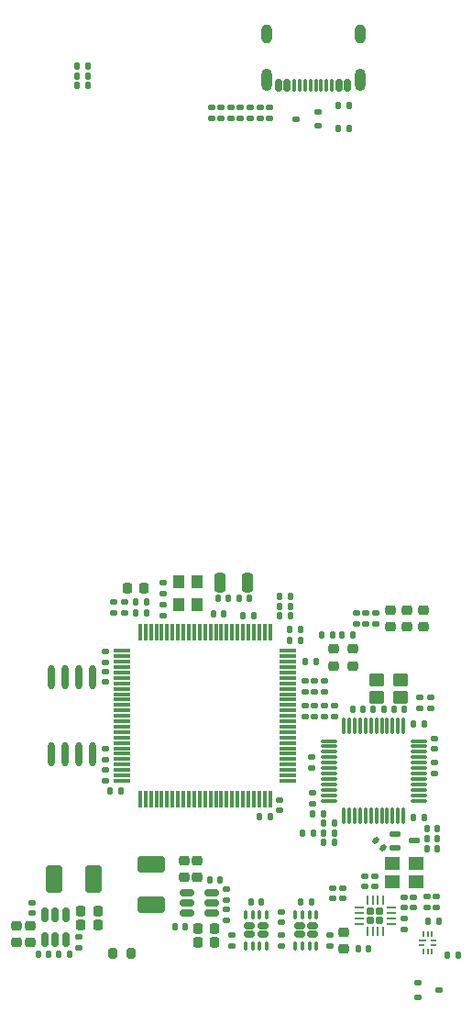
<source format=gbr>
%TF.GenerationSoftware,KiCad,Pcbnew,9.0.2-9.0.2-0~ubuntu24.04.1*%
%TF.CreationDate,2025-06-19T12:17:55+00:00*%
%TF.ProjectId,base-module,62617365-2d6d-46f6-9475-6c652e6b6963,1.1.1*%
%TF.SameCoordinates,Original*%
%TF.FileFunction,Paste,Top*%
%TF.FilePolarity,Positive*%
%FSLAX46Y46*%
G04 Gerber Fmt 4.6, Leading zero omitted, Abs format (unit mm)*
G04 Created by KiCad (PCBNEW 9.0.2-9.0.2-0~ubuntu24.04.1) date 2025-06-19 12:17:55*
%MOMM*%
%LPD*%
G01*
G04 APERTURE LIST*
G04 Aperture macros list*
%AMRoundRect*
0 Rectangle with rounded corners*
0 $1 Rounding radius*
0 $2 $3 $4 $5 $6 $7 $8 $9 X,Y pos of 4 corners*
0 Add a 4 corners polygon primitive as box body*
4,1,4,$2,$3,$4,$5,$6,$7,$8,$9,$2,$3,0*
0 Add four circle primitives for the rounded corners*
1,1,$1+$1,$2,$3*
1,1,$1+$1,$4,$5*
1,1,$1+$1,$6,$7*
1,1,$1+$1,$8,$9*
0 Add four rect primitives between the rounded corners*
20,1,$1+$1,$2,$3,$4,$5,0*
20,1,$1+$1,$4,$5,$6,$7,0*
20,1,$1+$1,$6,$7,$8,$9,0*
20,1,$1+$1,$8,$9,$2,$3,0*%
G04 Aperture macros list end*
%ADD10RoundRect,0.250001X0.999999X-0.499999X0.999999X0.499999X-0.999999X0.499999X-0.999999X-0.499999X0*%
%ADD11RoundRect,0.140000X-0.140000X-0.170000X0.140000X-0.170000X0.140000X0.170000X-0.140000X0.170000X0*%
%ADD12RoundRect,0.140000X0.170000X-0.140000X0.170000X0.140000X-0.170000X0.140000X-0.170000X-0.140000X0*%
%ADD13RoundRect,0.140000X0.140000X0.170000X-0.140000X0.170000X-0.140000X-0.170000X0.140000X-0.170000X0*%
%ADD14RoundRect,0.140000X-0.170000X0.140000X-0.170000X-0.140000X0.170000X-0.140000X0.170000X0.140000X0*%
%ADD15RoundRect,0.220000X0.220000X0.255000X-0.220000X0.255000X-0.220000X-0.255000X0.220000X-0.255000X0*%
%ADD16RoundRect,0.220000X0.255000X-0.220000X0.255000X0.220000X-0.255000X0.220000X-0.255000X-0.220000X0*%
%ADD17R,0.663000X0.225000*%
%ADD18R,0.563000X0.225000*%
%ADD19R,0.225000X0.563000*%
%ADD20RoundRect,0.225000X-0.250000X0.225000X-0.250000X-0.225000X0.250000X-0.225000X0.250000X0.225000X0*%
%ADD21RoundRect,0.075000X-0.075000X0.725000X-0.075000X-0.725000X0.075000X-0.725000X0.075000X0.725000X0*%
%ADD22RoundRect,0.075000X-0.725000X0.075000X-0.725000X-0.075000X0.725000X-0.075000X0.725000X0.075000X0*%
%ADD23RoundRect,0.150000X-0.512500X-0.150000X0.512500X-0.150000X0.512500X0.150000X-0.512500X0.150000X0*%
%ADD24RoundRect,0.220000X-0.255000X0.220000X-0.255000X-0.220000X0.255000X-0.220000X0.255000X0.220000X0*%
%ADD25RoundRect,0.225000X0.225000X0.250000X-0.225000X0.250000X-0.225000X-0.250000X0.225000X-0.250000X0*%
%ADD26RoundRect,0.250000X0.450000X0.350000X-0.450000X0.350000X-0.450000X-0.350000X0.450000X-0.350000X0*%
%ADD27RoundRect,0.075000X-0.075000X0.662500X-0.075000X-0.662500X0.075000X-0.662500X0.075000X0.662500X0*%
%ADD28RoundRect,0.075000X-0.662500X0.075000X-0.662500X-0.075000X0.662500X-0.075000X0.662500X0.075000X0*%
%ADD29RoundRect,0.150000X0.150000X0.425000X-0.150000X0.425000X-0.150000X-0.425000X0.150000X-0.425000X0*%
%ADD30RoundRect,0.075000X0.075000X0.500000X-0.075000X0.500000X-0.075000X-0.500000X0.075000X-0.500000X0*%
%ADD31O,1.000000X2.100000*%
%ADD32O,1.000000X1.800000*%
%ADD33RoundRect,0.112500X-0.237500X0.112500X-0.237500X-0.112500X0.237500X-0.112500X0.237500X0.112500X0*%
%ADD34R,1.100000X1.300000*%
%ADD35RoundRect,0.225000X-0.225000X-0.250000X0.225000X-0.250000X0.225000X0.250000X-0.225000X0.250000X0*%
%ADD36RoundRect,0.200000X-0.200000X-0.275000X0.200000X-0.275000X0.200000X0.275000X-0.200000X0.275000X0*%
%ADD37RoundRect,0.160000X-0.325000X0.160000X-0.325000X-0.160000X0.325000X-0.160000X0.325000X0.160000X0*%
%ADD38RoundRect,0.075000X-0.075000X0.350000X-0.075000X-0.350000X0.075000X-0.350000X0.075000X0.350000X0*%
%ADD39RoundRect,0.250000X0.250000X-0.650000X0.250000X0.650000X-0.250000X0.650000X-0.250000X-0.650000X0*%
%ADD40RoundRect,0.140000X0.219203X0.021213X0.021213X0.219203X-0.219203X-0.021213X-0.021213X-0.219203X0*%
%ADD41R,1.400000X1.200000*%
%ADD42O,0.630000X2.250000*%
%ADD43RoundRect,0.250001X-0.499999X-0.999999X0.499999X-0.999999X0.499999X0.999999X-0.499999X0.999999X0*%
%ADD44RoundRect,0.172500X-0.172500X0.172500X-0.172500X-0.172500X0.172500X-0.172500X0.172500X0.172500X0*%
%ADD45RoundRect,0.062500X-0.062500X0.350000X-0.062500X-0.350000X0.062500X-0.350000X0.062500X0.350000X0*%
%ADD46RoundRect,0.062500X-0.350000X0.062500X-0.350000X-0.062500X0.350000X-0.062500X0.350000X0.062500X0*%
%ADD47RoundRect,0.112500X0.237500X-0.112500X0.237500X0.112500X-0.237500X0.112500X-0.237500X-0.112500X0*%
%ADD48RoundRect,0.125000X0.345000X0.125000X-0.345000X0.125000X-0.345000X-0.125000X0.345000X-0.125000X0*%
%ADD49RoundRect,0.150000X-0.150000X0.512500X-0.150000X-0.512500X0.150000X-0.512500X0.150000X0.512500X0*%
G04 APERTURE END LIST*
D10*
%TO.C,L301*%
X107120720Y-134271542D03*
X107120720Y-130571542D03*
%TD*%
D11*
%TO.C,C420*%
X115578000Y-107597001D03*
X116578000Y-107597001D03*
%TD*%
D12*
%TO.C,R415*%
X115350000Y-61724998D03*
X115350000Y-60725000D03*
%TD*%
D13*
%TO.C,C423*%
X106672000Y-106327001D03*
X105672000Y-106327001D03*
%TD*%
D12*
%TO.C,C406*%
X108204000Y-107589001D03*
X108204000Y-106589001D03*
%TD*%
D14*
%TO.C,R903*%
X126850000Y-131625000D03*
X126850000Y-132625000D03*
%TD*%
D13*
%TO.C,R308*%
X127200000Y-138375000D03*
X126200000Y-138375000D03*
%TD*%
D15*
%TO.C,FB401*%
X106462000Y-105057001D03*
X104882000Y-105057001D03*
%TD*%
D12*
%TO.C,C501*%
X119100000Y-138075000D03*
X119100000Y-137075000D03*
%TD*%
D11*
%TO.C,R716*%
X123000000Y-128525000D03*
X124000000Y-128525000D03*
%TD*%
D14*
%TO.C,R306*%
X114070720Y-132821542D03*
X114070720Y-133821542D03*
%TD*%
D16*
%TO.C,D301*%
X124850000Y-138365000D03*
X124850000Y-136785000D03*
%TD*%
D14*
%TO.C,C427*%
X102870000Y-121829001D03*
X102870000Y-122829001D03*
%TD*%
D12*
%TO.C,C601*%
X114550000Y-138075000D03*
X114550000Y-137075000D03*
%TD*%
D13*
%TO.C,R301*%
X97650000Y-138871508D03*
X96650000Y-138871508D03*
%TD*%
D12*
%TO.C,R600*%
X119100000Y-135925000D03*
X119100000Y-134925000D03*
%TD*%
D14*
%TO.C,C400*%
X102870000Y-112734002D03*
X102870000Y-113734002D03*
%TD*%
D13*
%TO.C,C313*%
X114250000Y-106025000D03*
X113250000Y-106025000D03*
%TD*%
D11*
%TO.C,R801*%
X124350000Y-62675000D03*
X125350000Y-62675000D03*
%TD*%
D13*
%TO.C,C600*%
X117300000Y-134025000D03*
X116300000Y-134025000D03*
%TD*%
D11*
%TO.C,C314*%
X115200000Y-106025000D03*
X116200000Y-106025000D03*
%TD*%
D12*
%TO.C,R414*%
X114450000Y-61724998D03*
X114450000Y-60725000D03*
%TD*%
D17*
%TO.C,U801*%
X132131500Y-137600000D03*
D18*
X132081500Y-138000000D03*
D19*
X132250000Y-138568500D03*
X132650000Y-138568500D03*
X133050000Y-138568500D03*
D18*
X133218500Y-138000000D03*
X133218500Y-137600000D03*
D19*
X133050000Y-137031500D03*
X132650000Y-137031500D03*
X132250000Y-137031500D03*
%TD*%
D20*
%TO.C,C304*%
X94646542Y-136211059D03*
X94646542Y-137771059D03*
%TD*%
D14*
%TO.C,C305*%
X96090000Y-134071508D03*
X96090000Y-135071508D03*
%TD*%
D13*
%TO.C,R404*%
X119950000Y-107645000D03*
X118950000Y-107645000D03*
%TD*%
D12*
%TO.C,R416*%
X113550000Y-61724998D03*
X113550000Y-60725000D03*
%TD*%
D21*
%TO.C,U403*%
X118075000Y-109175000D03*
X117575000Y-109175000D03*
X117075000Y-109175000D03*
X116575000Y-109175000D03*
X116075000Y-109175000D03*
X115575000Y-109175000D03*
X115075000Y-109175000D03*
X114575000Y-109175000D03*
X114075000Y-109175000D03*
X113575000Y-109175000D03*
X113075000Y-109175000D03*
X112575000Y-109175000D03*
X112075000Y-109175000D03*
X111575000Y-109175000D03*
X111075000Y-109175000D03*
X110575000Y-109175000D03*
X110075000Y-109175000D03*
X109575000Y-109175000D03*
X109075000Y-109175000D03*
X108575000Y-109175000D03*
X108075000Y-109175000D03*
X107575000Y-109175000D03*
X107075000Y-109175000D03*
X106575000Y-109175000D03*
X106075000Y-109175000D03*
D22*
X104400000Y-110850000D03*
X104400000Y-111350000D03*
X104400000Y-111850000D03*
X104400000Y-112350000D03*
X104400000Y-112850000D03*
X104400000Y-113350000D03*
X104400000Y-113850000D03*
X104400000Y-114350000D03*
X104400000Y-114850000D03*
X104400000Y-115350000D03*
X104400000Y-115850000D03*
X104400000Y-116350000D03*
X104400000Y-116850000D03*
X104400000Y-117350000D03*
X104400000Y-117850000D03*
X104400000Y-118350000D03*
X104400000Y-118850000D03*
X104400000Y-119350000D03*
X104400000Y-119850000D03*
X104400000Y-120350000D03*
X104400000Y-120850000D03*
X104400000Y-121350000D03*
X104400000Y-121850000D03*
X104400000Y-122350000D03*
X104400000Y-122850000D03*
D21*
X106075000Y-124525000D03*
X106575000Y-124525000D03*
X107075000Y-124525000D03*
X107575000Y-124525000D03*
X108075000Y-124525000D03*
X108575000Y-124525000D03*
X109075000Y-124525000D03*
X109575000Y-124525000D03*
X110075000Y-124525000D03*
X110575000Y-124525000D03*
X111075000Y-124525000D03*
X111575000Y-124525000D03*
X112075000Y-124525000D03*
X112575000Y-124525000D03*
X113075000Y-124525000D03*
X113575000Y-124525000D03*
X114075000Y-124525000D03*
X114575000Y-124525000D03*
X115075000Y-124525000D03*
X115575000Y-124525000D03*
X116075000Y-124525000D03*
X116575000Y-124525000D03*
X117075000Y-124525000D03*
X117575000Y-124525000D03*
X118075000Y-124525000D03*
D22*
X119750000Y-122850000D03*
X119750000Y-122350000D03*
X119750000Y-121850000D03*
X119750000Y-121350000D03*
X119750000Y-120850000D03*
X119750000Y-120350000D03*
X119750000Y-119850000D03*
X119750000Y-119350000D03*
X119750000Y-118850000D03*
X119750000Y-118350000D03*
X119750000Y-117850000D03*
X119750000Y-117350000D03*
X119750000Y-116850000D03*
X119750000Y-116350000D03*
X119750000Y-115850000D03*
X119750000Y-115350000D03*
X119750000Y-114850000D03*
X119750000Y-114350000D03*
X119750000Y-113850000D03*
X119750000Y-113350000D03*
X119750000Y-112850000D03*
X119750000Y-112350000D03*
X119750000Y-111850000D03*
X119750000Y-111350000D03*
X119750000Y-110850000D03*
%TD*%
D23*
%TO.C,U301*%
X110412500Y-133168050D03*
X110412500Y-134118050D03*
X110412500Y-135068050D03*
X112687500Y-135068050D03*
X112687500Y-134118050D03*
X112687500Y-133168050D03*
%TD*%
D13*
%TO.C,C500*%
X121900000Y-134025000D03*
X120900000Y-134025000D03*
%TD*%
D14*
%TO.C,R902*%
X127750000Y-131625000D03*
X127750000Y-132625000D03*
%TD*%
D16*
%TO.C,D400*%
X129240000Y-108665000D03*
X129240000Y-107085000D03*
%TD*%
D14*
%TO.C,R700*%
X121325000Y-115925000D03*
X121325000Y-116925000D03*
%TD*%
D11*
%TO.C,R405*%
X100228400Y-58685001D03*
X101228400Y-58685001D03*
%TD*%
D12*
%TO.C,R411*%
X126950000Y-108375000D03*
X126950000Y-107375000D03*
%TD*%
D14*
%TO.C,C410*%
X123100000Y-113600000D03*
X123100000Y-114600000D03*
%TD*%
D24*
%TO.C,D701*%
X125702000Y-110660000D03*
X125702000Y-112240000D03*
%TD*%
D13*
%TO.C,C422*%
X120888000Y-108867001D03*
X119888000Y-108867001D03*
%TD*%
D14*
%TO.C,R701*%
X124000000Y-115925000D03*
X124000000Y-116925000D03*
%TD*%
D13*
%TO.C,C424*%
X106680000Y-107343001D03*
X105680000Y-107343001D03*
%TD*%
%TO.C,C405*%
X120896000Y-109883001D03*
X119896000Y-109883001D03*
%TD*%
D25*
%TO.C,C301*%
X102180000Y-136171508D03*
X100620000Y-136171508D03*
%TD*%
D12*
%TO.C,C300*%
X100400000Y-138281508D03*
X100400000Y-137281508D03*
%TD*%
D16*
%TO.C,D402*%
X132240000Y-108665000D03*
X132240000Y-107085000D03*
%TD*%
D26*
%TO.C,Y700*%
X130150000Y-113525000D03*
X127950000Y-113525000D03*
X127950000Y-115125000D03*
X130150000Y-115125000D03*
%TD*%
D27*
%TO.C,U700*%
X130400000Y-117762500D03*
X129900000Y-117762500D03*
X129400000Y-117762500D03*
X128900000Y-117762500D03*
X128400000Y-117762500D03*
X127900000Y-117762500D03*
X127400000Y-117762500D03*
X126900000Y-117762500D03*
X126400000Y-117762500D03*
X125900000Y-117762500D03*
X125400000Y-117762500D03*
X124900000Y-117762500D03*
D28*
X123487500Y-119175000D03*
X123487500Y-119675000D03*
X123487500Y-120175000D03*
X123487500Y-120675000D03*
X123487500Y-121175000D03*
X123487500Y-121675000D03*
X123487500Y-122175000D03*
X123487500Y-122675000D03*
X123487500Y-123175000D03*
X123487500Y-123675000D03*
X123487500Y-124175000D03*
X123487500Y-124675000D03*
D27*
X124900000Y-126087500D03*
X125400000Y-126087500D03*
X125900000Y-126087500D03*
X126400000Y-126087500D03*
X126900000Y-126087500D03*
X127400000Y-126087500D03*
X127900000Y-126087500D03*
X128400000Y-126087500D03*
X128900000Y-126087500D03*
X129400000Y-126087500D03*
X129900000Y-126087500D03*
X130400000Y-126087500D03*
D28*
X131812500Y-124675000D03*
X131812500Y-124175000D03*
X131812500Y-123675000D03*
X131812500Y-123175000D03*
X131812500Y-122675000D03*
X131812500Y-122175000D03*
X131812500Y-121675000D03*
X131812500Y-121175000D03*
X131812500Y-120675000D03*
X131812500Y-120175000D03*
X131812500Y-119675000D03*
X131812500Y-119175000D03*
%TD*%
D11*
%TO.C,R707*%
X122850000Y-109375000D03*
X123850000Y-109375000D03*
%TD*%
D13*
%TO.C,C708*%
X128600000Y-116235000D03*
X127600000Y-116235000D03*
%TD*%
D14*
%TO.C,R705*%
X132900000Y-115125000D03*
X132900000Y-116125000D03*
%TD*%
%TO.C,R307*%
X114070720Y-134721542D03*
X114070720Y-135721542D03*
%TD*%
%TO.C,C425*%
X103640000Y-106343001D03*
X103640000Y-107343001D03*
%TD*%
D11*
%TO.C,R711*%
X132550000Y-128175000D03*
X133550000Y-128175000D03*
%TD*%
%TO.C,R710*%
X132550000Y-127275000D03*
X133550000Y-127275000D03*
%TD*%
%TO.C,R715*%
X123000000Y-127650000D03*
X124000000Y-127650000D03*
%TD*%
D14*
%TO.C,C801*%
X116250000Y-60725000D03*
X116250000Y-61725000D03*
%TD*%
D12*
%TO.C,C402*%
X102870000Y-111907001D03*
X102870000Y-110907001D03*
%TD*%
D29*
%TO.C,J800*%
X125250000Y-58715000D03*
X124450000Y-58715000D03*
D30*
X123300000Y-58715000D03*
X122300000Y-58715000D03*
X121800000Y-58715000D03*
X120800000Y-58715000D03*
D29*
X119650000Y-58715000D03*
X118850000Y-58715000D03*
X118850000Y-58715000D03*
X119650000Y-58715000D03*
D30*
X120300000Y-58715000D03*
X121300000Y-58715000D03*
X122800000Y-58715000D03*
X123800000Y-58715000D03*
D29*
X124450000Y-58715000D03*
X125250000Y-58715000D03*
D31*
X126370000Y-58140000D03*
D32*
X126370000Y-53960000D03*
D31*
X117730000Y-58140000D03*
D32*
X117730000Y-53960000D03*
%TD*%
D11*
%TO.C,C311*%
X109270720Y-136281542D03*
X110270720Y-136281542D03*
%TD*%
D33*
%TO.C,U402*%
X131707500Y-141512501D03*
X131707500Y-142812501D03*
X133707500Y-142162501D03*
%TD*%
D11*
%TO.C,C707*%
X129500000Y-116225000D03*
X130500000Y-116225000D03*
%TD*%
D14*
%TO.C,R901*%
X123900000Y-132725000D03*
X123900000Y-133725000D03*
%TD*%
D34*
%TO.C,Y400*%
X109665000Y-104515001D03*
X109665000Y-106615001D03*
X111315000Y-106615001D03*
X111315000Y-104515001D03*
%TD*%
D13*
%TO.C,R709*%
X133550000Y-129075000D03*
X132550000Y-129075000D03*
%TD*%
D14*
%TO.C,R805*%
X117150000Y-60725000D03*
X117150000Y-61725000D03*
%TD*%
%TO.C,R800*%
X118050000Y-60725000D03*
X118050000Y-61725000D03*
%TD*%
D35*
%TO.C,C310*%
X111420720Y-136481542D03*
X112980720Y-136481542D03*
%TD*%
D14*
%TO.C,R402*%
X122200000Y-113600000D03*
X122200000Y-114600000D03*
%TD*%
D12*
%TO.C,R702*%
X133300000Y-122175000D03*
X133300000Y-121175000D03*
%TD*%
D35*
%TO.C,C309*%
X111410271Y-137725000D03*
X112970271Y-137725000D03*
%TD*%
D12*
%TO.C,C900*%
X130450000Y-134575000D03*
X130450000Y-133575000D03*
%TD*%
D14*
%TO.C,C404*%
X118975000Y-124600000D03*
X118975000Y-125600000D03*
%TD*%
%TO.C,R802*%
X132550000Y-133525000D03*
X132550000Y-134525000D03*
%TD*%
%TO.C,C432*%
X108204000Y-104557001D03*
X108204000Y-105557001D03*
%TD*%
D11*
%TO.C,C701*%
X131350000Y-117625000D03*
X132350000Y-117625000D03*
%TD*%
D13*
%TO.C,R300*%
X99550000Y-138871508D03*
X98550000Y-138871508D03*
%TD*%
D11*
%TO.C,C700*%
X122000000Y-125875000D03*
X123000000Y-125875000D03*
%TD*%
D12*
%TO.C,R500*%
X123650000Y-138075000D03*
X123650000Y-137075000D03*
%TD*%
D14*
%TO.C,C704*%
X133290000Y-118922500D03*
X133290000Y-119922500D03*
%TD*%
D12*
%TO.C,C902*%
X131350000Y-134575000D03*
X131350000Y-133575000D03*
%TD*%
D11*
%TO.C,C312*%
X132650000Y-135775000D03*
X133650000Y-135775000D03*
%TD*%
D12*
%TO.C,C702*%
X122010000Y-124927500D03*
X122010000Y-123927500D03*
%TD*%
D14*
%TO.C,R706*%
X131950000Y-115125000D03*
X131950000Y-116125000D03*
%TD*%
D12*
%TO.C,R803*%
X133450000Y-134525000D03*
X133450000Y-133525000D03*
%TD*%
D20*
%TO.C,C307*%
X110108674Y-130191542D03*
X110108674Y-131751542D03*
%TD*%
D13*
%TO.C,C306*%
X113480720Y-131971542D03*
X112480720Y-131971542D03*
%TD*%
D12*
%TO.C,R401*%
X121300000Y-114600000D03*
X121300000Y-113600000D03*
%TD*%
D36*
%TO.C,F300*%
X103580000Y-138775000D03*
X105220000Y-138775000D03*
%TD*%
D11*
%TO.C,R714*%
X123000000Y-126775000D03*
X124000000Y-126775000D03*
%TD*%
D14*
%TO.C,R900*%
X124800000Y-132725000D03*
X124800000Y-133725000D03*
%TD*%
D37*
%TO.C,U600*%
X117400000Y-136225000D03*
X116200000Y-136225000D03*
X117400000Y-137025000D03*
X116200000Y-137025000D03*
D38*
X117775000Y-135175000D03*
X117125000Y-135175000D03*
X116475000Y-135175000D03*
X115825000Y-135175000D03*
X115825000Y-138075000D03*
X116475000Y-138075000D03*
X117125000Y-138075000D03*
X117775000Y-138075000D03*
%TD*%
D39*
%TO.C,X300*%
X113475000Y-104550000D03*
X115975000Y-104550000D03*
%TD*%
D13*
%TO.C,R406*%
X101228400Y-56885001D03*
X100228400Y-56885001D03*
%TD*%
D12*
%TO.C,R412*%
X126050000Y-108375000D03*
X126050000Y-107375000D03*
%TD*%
%TO.C,C706*%
X122200000Y-116925000D03*
X122200000Y-115925000D03*
%TD*%
D11*
%TO.C,C800*%
X124350000Y-60525000D03*
X125350000Y-60525000D03*
%TD*%
D25*
%TO.C,C302*%
X102180000Y-134909462D03*
X100620000Y-134909462D03*
%TD*%
D11*
%TO.C,C401*%
X112825000Y-107475000D03*
X113825000Y-107475000D03*
%TD*%
%TO.C,C705*%
X125700000Y-116235000D03*
X126700000Y-116235000D03*
%TD*%
D40*
%TO.C,R712*%
X128553553Y-129028553D03*
X127846447Y-128321447D03*
%TD*%
D14*
%TO.C,R708*%
X121900000Y-120675000D03*
X121900000Y-121675000D03*
%TD*%
D13*
%TO.C,C403*%
X104325000Y-123750000D03*
X103325000Y-123750000D03*
%TD*%
D12*
%TO.C,R410*%
X127850000Y-108375000D03*
X127850000Y-107375000D03*
%TD*%
D41*
%TO.C,Y900*%
X131600000Y-130475000D03*
X129400000Y-130475000D03*
X129400000Y-132175000D03*
X131600000Y-132175000D03*
%TD*%
D37*
%TO.C,U500*%
X122000000Y-136225000D03*
X120800000Y-136225000D03*
X122000000Y-137025000D03*
X120800000Y-137025000D03*
D38*
X122375000Y-135175000D03*
X121725000Y-135175000D03*
X121075000Y-135175000D03*
X120425000Y-135175000D03*
X120425000Y-138075000D03*
X121075000Y-138075000D03*
X121725000Y-138075000D03*
X122375000Y-138075000D03*
%TD*%
D11*
%TO.C,R713*%
X124750000Y-109375000D03*
X125750000Y-109375000D03*
%TD*%
%TO.C,C415*%
X118960000Y-105865000D03*
X119960000Y-105865000D03*
%TD*%
D42*
%TO.C,U100*%
X101705000Y-113320000D03*
X100435000Y-113320000D03*
X99155000Y-113320000D03*
X97885000Y-113320000D03*
X97885000Y-120380000D03*
X99155000Y-120380000D03*
X100435000Y-120380000D03*
X101705000Y-120380000D03*
%TD*%
D16*
%TO.C,D700*%
X123952000Y-112240000D03*
X123952000Y-110660000D03*
%TD*%
D43*
%TO.C,L300*%
X98100000Y-131921508D03*
X101800000Y-131921508D03*
%TD*%
D12*
%TO.C,C100*%
X102850000Y-120925000D03*
X102850000Y-119925000D03*
%TD*%
D44*
%TO.C,U302*%
X128225000Y-134887500D03*
X127375000Y-134887500D03*
X128225000Y-135737500D03*
X127375000Y-135737500D03*
D45*
X128550000Y-133850000D03*
X128050000Y-133850000D03*
X127550000Y-133850000D03*
X127050000Y-133850000D03*
D46*
X126337500Y-134562500D03*
X126337500Y-135062500D03*
X126337500Y-135562500D03*
X126337500Y-136062500D03*
D45*
X127050000Y-136775000D03*
X127550000Y-136775000D03*
X128050000Y-136775000D03*
X128550000Y-136775000D03*
D46*
X129262500Y-136062500D03*
X129262500Y-135562500D03*
X129262500Y-135062500D03*
X129262500Y-134562500D03*
%TD*%
D47*
%TO.C,U401*%
X122470000Y-62435001D03*
X122470000Y-61135001D03*
X120470000Y-61785001D03*
%TD*%
D14*
%TO.C,C426*%
X104656000Y-106335001D03*
X104656000Y-107335001D03*
%TD*%
D11*
%TO.C,C703*%
X131350000Y-126275000D03*
X132350000Y-126275000D03*
%TD*%
D16*
%TO.C,D401*%
X130750000Y-108665000D03*
X130750000Y-107085000D03*
%TD*%
D13*
%TO.C,R403*%
X119960000Y-106765000D03*
X118960000Y-106765000D03*
%TD*%
D12*
%TO.C,R703*%
X123100000Y-116925000D03*
X123100000Y-115925000D03*
%TD*%
D20*
%TO.C,C308*%
X111370720Y-130191542D03*
X111370720Y-131751542D03*
%TD*%
D12*
%TO.C,R407*%
X112650000Y-61725000D03*
X112650000Y-60725000D03*
%TD*%
D11*
%TO.C,C434*%
X121354999Y-111850000D03*
X122354999Y-111850000D03*
%TD*%
D48*
%TO.C,Q700*%
X129600000Y-127725000D03*
X129600000Y-129025000D03*
X131400000Y-128375000D03*
%TD*%
D14*
%TO.C,C904*%
X130450000Y-135525000D03*
X130450000Y-136525000D03*
%TD*%
D11*
%TO.C,C421*%
X117094000Y-126139001D03*
X118094000Y-126139001D03*
%TD*%
D13*
%TO.C,C416*%
X101228400Y-57785001D03*
X100228400Y-57785001D03*
%TD*%
D11*
%TO.C,R804*%
X134450000Y-138925000D03*
X135450000Y-138925000D03*
%TD*%
D49*
%TO.C,U300*%
X99203492Y-135213288D03*
X98253492Y-135213288D03*
X97303492Y-135213288D03*
X97303492Y-137488288D03*
X98253492Y-137488288D03*
X99203492Y-137488288D03*
%TD*%
D20*
%TO.C,C303*%
X95890000Y-136221508D03*
X95890000Y-137781508D03*
%TD*%
D11*
%TO.C,R704*%
X121050000Y-127650000D03*
X122050000Y-127650000D03*
%TD*%
M02*

</source>
